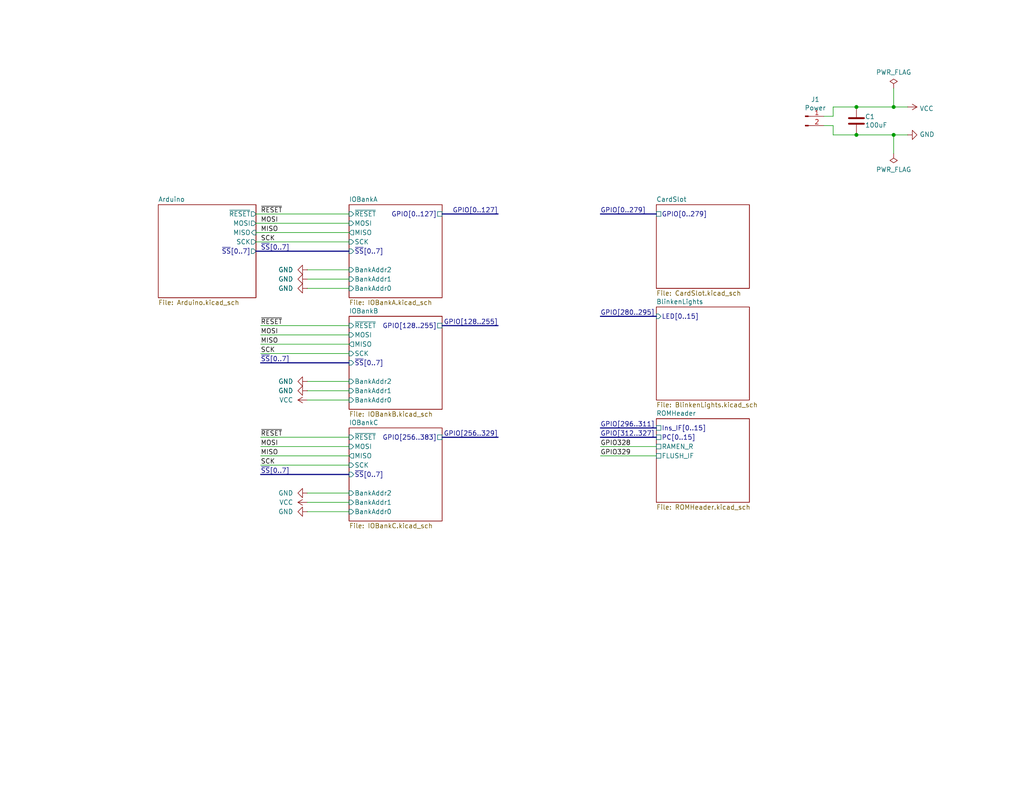
<source format=kicad_sch>
(kicad_sch (version 20250114) (generator "eeschema") (generator_version "9.0")
  (paper "USLetter")
  (title_block (title "Turtle16: Card Test Fixture") (date "2023-04-07") (rev "A") (comment 4 "Test fixture for Turtle16 modules on removable cards."))
  (lib_symbols
    (symbol "Connector:Conn_01x02_Pin" (pin_names (offset 1.016) (hide yes))
      (property "Reference" "J" (at 0 2.54 0))
      (property "Value" "Conn_01x02_Pin" (at 0 -5.08 0))
      (symbol "Conn_01x02_Pin_1_1"
        (rectangle (start 0.8636 0.127) (end 0 -0.127) (stroke (width 0.1524)) (fill (type outline)))
        (rectangle (start 0.8636 -2.413) (end 0 -2.667) (stroke (width 0.1524)) (fill (type outline)))
        (polyline (pts (xy 1.27 0) (xy 0.8636 0)) (stroke (width 0.1524)))
        (polyline (pts (xy 1.27 -2.54) (xy 0.8636 -2.54)) (stroke (width 0.1524)))
        (pin passive line (at 5.08 0 180) (length 3.81) (name "Pin_1") (number "1"))
        (pin passive line (at 5.08 -2.54 180) (length 3.81) (name "Pin_2") (number "2"))
      )
    )
    (symbol "Device:C" (pin_numbers (hide yes)) (pin_names (offset 0.254))
      (property "Reference" "C" (at 0.635 2.54 0))
      (property "Value" "C" (at 0.635 -2.54 0))
      (symbol "C_0_1"
        (polyline (pts (xy -2.032 0.762) (xy 2.032 0.762)) (stroke (width 0.508)))
        (polyline (pts (xy -2.032 -0.762) (xy 2.032 -0.762)) (stroke (width 0.508)))
      )
      (symbol "C_1_1"
        (pin passive line (at 0 3.81 270) (length 2.794) (name "~") (number "1"))
        (pin passive line (at 0 -3.81 90) (length 2.794) (name "~") (number "2"))
      )
    )
    (symbol "power:GND" (power) (pin_numbers (hide yes)) (pin_names (offset 0) (hide yes))
      (property "Value" "GND" (at 0 -3.81 0))
      (symbol "GND_0_1"
        (polyline (pts (xy 0 0) (xy 0 -1.27) (xy 1.27 -1.27) (xy 0 -2.54) (xy -1.27 -1.27) (xy 0 -1.27)))
      )
      (symbol "GND_1_1"
        (pin power_in line (at 0 0 270) (length 0) (name "~") (number "1"))
      )
    )
    (symbol "power:PWR_FLAG" (power) (pin_numbers (hide yes)) (pin_names (offset 0) (hide yes))
      (property "Value" "PWR_FLAG" (at 0 3.81 0))
      (symbol "PWR_FLAG_0_0"
        (pin power_out line (at 0 0 90) (length 0) (name "~") (number "1"))
      )
      (symbol "PWR_FLAG_0_1"
        (polyline (pts (xy 0 0) (xy 0 1.27) (xy -1.016 1.905) (xy 0 2.54) (xy 1.016 1.905) (xy 0 1.27)))
      )
    )
    (symbol "power:VCC" (power) (pin_numbers (hide yes)) (pin_names (offset 0) (hide yes))
      (property "Value" "VCC" (at 0 3.556 0))
      (symbol "VCC_0_1"
        (polyline (pts (xy -0.762 1.27) (xy 0 2.54)))
        (polyline (pts (xy 0 2.54) (xy 0.762 1.27)))
        (polyline (pts (xy 0 0) (xy 0 2.54)))
      )
      (symbol "VCC_1_1"
        (pin power_in line (at 0 0 90) (length 0) (name "~") (number "1"))
      )
    )
  )
  (junction (at 233.68 36.83))
  (junction (at 243.84 36.83))
  (junction (at 243.84 29.21))
  (junction (at 233.68 29.21))
  (bus (pts (xy 120.65 119.38) (xy 135.89 119.38)))
  (wire (pts (xy 83.82 106.68) (xy 95.25 106.68)))
  (wire (pts (xy 233.68 36.83) (xy 243.84 36.83)))
  (wire (pts (xy 71.12 91.44) (xy 95.25 91.44)))
  (wire (pts (xy 227.33 29.21) (xy 233.68 29.21)))
  (wire (pts (xy 71.12 124.46) (xy 95.25 124.46)))
  (wire (pts (xy 83.82 139.7) (xy 95.25 139.7)))
  (wire (pts (xy 83.82 78.74) (xy 95.25 78.74)))
  (bus (pts (xy 179.07 58.42) (xy 163.83 58.42)))
  (bus (pts (xy 120.65 88.9) (xy 135.89 88.9)))
  (bus (pts (xy 120.65 58.42) (xy 135.89 58.42)))
  (wire (pts (xy 247.65 29.21) (xy 243.84 29.21)))
  (wire (pts (xy 71.12 96.52) (xy 95.25 96.52)))
  (wire (pts (xy 69.85 58.42) (xy 95.25 58.42)))
  (bus (pts (xy 179.07 116.84) (xy 163.83 116.84)))
  (bus (pts (xy 179.07 86.36) (xy 163.83 86.36)))
  (wire (pts (xy 71.12 127) (xy 95.25 127)))
  (wire (pts (xy 163.83 121.92) (xy 179.07 121.92)))
  (wire (pts (xy 83.82 76.2) (xy 95.25 76.2)))
  (wire (pts (xy 243.84 24.13) (xy 243.84 29.21)))
  (wire (pts (xy 69.85 66.04) (xy 95.25 66.04)))
  (wire (pts (xy 69.85 63.5) (xy 95.25 63.5)))
  (wire (pts (xy 83.82 73.66) (xy 95.25 73.66)))
  (wire (pts (xy 83.82 109.22) (xy 95.25 109.22)))
  (wire (pts (xy 71.12 88.9) (xy 95.25 88.9)))
  (wire (pts (xy 227.33 36.83) (xy 233.68 36.83)))
  (wire (pts (xy 243.84 41.91) (xy 243.84 36.83)))
  (wire (pts (xy 227.33 34.29) (xy 227.33 36.83)))
  (wire (pts (xy 69.85 60.96) (xy 95.25 60.96)))
  (wire (pts (xy 83.82 104.14) (xy 95.25 104.14)))
  (bus (pts (xy 71.12 99.06) (xy 95.25 99.06)))
  (wire (pts (xy 71.12 121.92) (xy 95.25 121.92)))
  (wire (pts (xy 224.79 31.75) (xy 227.33 31.75)))
  (wire (pts (xy 224.79 34.29) (xy 227.33 34.29)))
  (wire (pts (xy 83.82 134.62) (xy 95.25 134.62)))
  (wire (pts (xy 71.12 93.98) (xy 95.25 93.98)))
  (bus (pts (xy 71.12 129.54) (xy 95.25 129.54)))
  (wire (pts (xy 243.84 36.83) (xy 247.65 36.83)))
  (wire (pts (xy 163.83 124.46) (xy 179.07 124.46)))
  (wire (pts (xy 83.82 137.16) (xy 95.25 137.16)))
  (wire (pts (xy 227.33 29.21) (xy 227.33 31.75)))
  (wire (pts (xy 233.68 29.21) (xy 243.84 29.21)))
  (wire (pts (xy 71.12 119.38) (xy 95.25 119.38)))
  (bus (pts (xy 69.85 68.58) (xy 95.25 68.58)))
  (bus (pts (xy 179.07 119.38) (xy 163.83 119.38)))
  (label "~{SS}[0..7]" (at 71.12 99.06 0))
  (label "~{SS}[0..7]" (at 71.12 68.58 0))
  (label "GPIO[312..327]" (at 163.83 119.38 0))
  (label "~{RESET}" (at 71.12 58.42 0))
  (label "~{RESET}" (at 71.12 88.9 0))
  (label "MISO" (at 71.12 93.98 0))
  (label "MOSI" (at 71.12 60.96 0))
  (label "~{SS}[0..7]" (at 71.12 129.54 0))
  (label "SCK" (at 71.12 66.04 0))
  (label "MISO" (at 71.12 63.5 0))
  (label "MOSI" (at 71.12 91.44 0))
  (label "MISO" (at 71.12 124.46 0))
  (label "GPIO328" (at 163.83 121.92 0))
  (label "GPIO[296..311]" (at 163.83 116.84 0))
  (label "GPIO[280..295]" (at 163.83 86.36 0))
  (label "GPIO329" (at 163.83 124.46 0))
  (label "GPIO[0..127]" (at 135.89 58.42 180))
  (label "SCK" (at 71.12 127 0))
  (label "GPIO[256..329]" (at 135.89 119.38 180))
  (label "SCK" (at 71.12 96.52 0))
  (label "MOSI" (at 71.12 121.92 0))
  (label "GPIO[0..279]" (at 163.83 58.42 0))
  (label "~{RESET}" (at 71.12 119.38 0))
  (label "GPIO[128..255]" (at 135.89 88.9 180))
  (symbol (lib_id "Connector:Conn_01x02_Pin") (at 219.71 31.75 0) (unit 1)
    (property "Reference" "J1" (at 222.4532 27.1526 0))
    (property "Value" "Power" (at 222.4532 29.464 0))
    (property "Footprint" "Turtle16:172448-0002" (effects (hide yes)))
    (property "Datasheet" "https://www.molex.com/content/dam/molex/molex-dot-com/products/automated/en-us/salesdrawingpdf/172/172448/1724480002_sd.pdf" (effects (hide yes)))
    (property "Manufacturer" "Molex" (effects (hide yes)))
    (property "Manufacturer#" "172448-0002" (effects (hide yes)))
    (property "Mouser#" "538-172448-0002" (effects (hide yes)))
    (property "Digikey#" "WM16206-ND" (effects (hide yes)))
  )
  (symbol (lib_id "power:GND") (at 83.82 134.62 270) (mirror x) (unit 1)
    (property "Reference" "#PWR09" (effects (hide yes)))
    (property "Value" "GND" (at 80.01 134.6201 90) (effects (justify right)))
    (property "Description" "Power symbol creates a global label with name \"GND\" , ground" (effects (hide yes)))
  )
  (symbol (lib_id "power:GND") (at 83.82 104.14 270) (mirror x) (unit 1)
    (property "Reference" "#PWR06" (effects (hide yes)))
    (property "Value" "GND" (at 80.01 104.1401 90) (effects (justify right)))
    (property "Description" "Power symbol creates a global label with name \"GND\" , ground" (effects (hide yes)))
  )
  (symbol (lib_id "power:GND") (at 83.82 139.7 270) (unit 1)
    (property "Reference" "#PWR011" (effects (hide yes)))
    (property "Value" "GND" (at 80.01 139.6999 90) (effects (justify right)))
    (property "Description" "Power symbol creates a global label with name \"GND\" , ground" (effects (hide yes)))
  )
  (symbol (lib_id "Device:C") (at 233.68 33.02 0) (unit 1)
    (property "Reference" "C1" (at 236.0168 31.8516 0) (effects (justify left)))
    (property "Value" "100uF" (at 236.0168 34.163 0) (effects (justify left)))
    (property "Footprint" "Capacitor_SMD:C_1206_3216Metric" (effects (hide yes)))
    (property "Datasheet" "https://www.yuden.co.jp/productdata/catalog/mlcc06_e.pdf" (effects (hide yes)))
    (property "Manufacturer" "Taiyo Yuden" (effects (hide yes)))
    (property "Manufacturer#" "AMK316ABJ107ML-T" (effects (hide yes)))
    (property "Mouser#" "963-AMK316ABJ107ML-T" (effects (hide yes)))
    (property "Digikey#" "587-AMK316ABJ107ML-TCT-ND" (effects (hide yes)))
  )
  (symbol (lib_id "power:GND") (at 83.82 106.68 270) (mirror x) (unit 1)
    (property "Reference" "#PWR07" (effects (hide yes)))
    (property "Value" "GND" (at 80.01 106.6801 90) (effects (justify right)))
    (property "Description" "Power symbol creates a global label with name \"GND\" , ground" (effects (hide yes)))
  )
  (symbol (lib_id "power:GND") (at 83.82 76.2 270) (mirror x) (unit 1)
    (property "Reference" "#PWR04" (effects (hide yes)))
    (property "Value" "GND" (at 80.01 76.2001 90) (effects (justify right)))
    (property "Description" "Power symbol creates a global label with name \"GND\" , ground" (effects (hide yes)))
  )
  (symbol (lib_id "power:PWR_FLAG") (at 243.84 24.13 0) (unit 1)
    (property "Reference" "#FLG01" (effects (hide yes)))
    (property "Value" "PWR_FLAG" (at 243.84 19.7358 0))
  )
  (symbol (lib_id "power:VCC") (at 247.65 29.21 270) (unit 1)
    (property "Reference" "#PWR01" (effects (hide yes)))
    (property "Value" "VCC" (at 250.9012 29.6418 90) (effects (justify left)))
    (property "Description" "Power symbol creates a global label with name \"VCC\"" (effects (hide yes)))
  )
  (symbol (lib_id "power:PWR_FLAG") (at 243.84 41.91 180) (unit 1)
    (property "Reference" "#FLG02" (effects (hide yes)))
    (property "Value" "PWR_FLAG" (at 243.84 46.3042 0))
  )
  (symbol (lib_id "power:VCC") (at 83.82 109.22 90) (unit 1)
    (property "Reference" "#PWR08" (effects (hide yes)))
    (property "Value" "VCC" (at 80.01 109.2199 90) (effects (justify left)))
    (property "Description" "Power symbol creates a global label with name \"VCC\"" (effects (hide yes)))
  )
  (symbol (lib_id "power:GND") (at 83.82 78.74 270) (mirror x) (unit 1)
    (property "Reference" "#PWR05" (effects (hide yes)))
    (property "Value" "GND" (at 80.01 78.7401 90) (effects (justify right)))
    (property "Description" "Power symbol creates a global label with name \"GND\" , ground" (effects (hide yes)))
  )
  (symbol (lib_id "power:VCC") (at 83.82 137.16 90) (mirror x) (unit 1)
    (property "Reference" "#PWR010" (effects (hide yes)))
    (property "Value" "VCC" (at 80.01 137.1601 90) (effects (justify left)))
    (property "Description" "Power symbol creates a global label with name \"VCC\"" (effects (hide yes)))
  )
  (symbol (lib_id "power:GND") (at 247.65 36.83 90) (unit 1)
    (property "Reference" "#PWR02" (effects (hide yes)))
    (property "Value" "GND" (at 250.9012 36.703 90) (effects (justify right)))
    (property "Description" "Power symbol creates a global label with name \"GND\" , ground" (effects (hide yes)))
  )
  (symbol (lib_id "power:GND") (at 83.82 73.66 270) (mirror x) (unit 1)
    (property "Reference" "#PWR03" (effects (hide yes)))
    (property "Value" "GND" (at 80.01 73.6601 90) (effects (justify right)))
    (property "Description" "Power symbol creates a global label with name \"GND\" , ground" (effects (hide yes)))
  )
  (sheet (at 179.07 114.3) (size 25.4 22.86) (stroke (width 0.1524))
    (property "Sheetname" "ROMHeader" (at 179.07 113.5884 0) (effects (justify left bottom)))
    (property "Sheetfile" "ROMHeader.kicad_sch" (at 179.07 137.7446 0) (effects (justify left top)))
    (pin "FLUSH_IF" passive (at 179.07 124.46 180))
    (pin "Ins_IF[0..15]" passive (at 179.07 116.84 180))
    (pin "PC[0..15]" passive (at 179.07 119.38 180))
    (pin "RAMEN_R" passive (at 179.07 121.92 180))
  )
  (sheet (at 95.25 116.84) (size 25.4 25.4) (stroke (width 0.1524))
    (property "Sheetname" "IOBankC" (at 95.25 116.1284 0) (effects (justify left bottom)))
    (property "Sheetfile" "IOBankC.kicad_sch" (at 95.25 142.8246 0) (effects (justify left top)))
    (pin "MISO" output (at 95.25 124.46 180))
    (pin "MOSI" input (at 95.25 121.92 180))
    (pin "SCK" input (at 95.25 127 180))
    (pin "~{RESET}" input (at 95.25 119.38 180))
    (pin "~{SS}[0..7]" input (at 95.25 129.54 180))
    (pin "BankAddr0" input (at 95.25 139.7 180))
    (pin "BankAddr1" input (at 95.25 137.16 180))
    (pin "BankAddr2" input (at 95.25 134.62 180))
    (pin "GPIO[256..383]" passive (at 120.65 119.38 0))
  )
  (sheet (at 179.07 55.88) (size 25.4 22.86) (stroke (width 0.1524))
    (property "Sheetname" "CardSlot" (at 179.07 55.1684 0) (effects (justify left bottom)))
    (property "Sheetfile" "CardSlot.kicad_sch" (at 179.07 79.3246 0) (effects (justify left top)))
    (pin "GPIO[0..279]" passive (at 179.07 58.42 180))
  )
  (sheet (at 95.25 86.36) (size 25.4 25.4) (stroke (width 0.1524))
    (property "Sheetname" "IOBankB" (at 95.25 85.6484 0) (effects (justify left bottom)))
    (property "Sheetfile" "IOBankB.kicad_sch" (at 95.25 112.3446 0) (effects (justify left top)))
    (pin "MISO" output (at 95.25 93.98 180))
    (pin "MOSI" input (at 95.25 91.44 180))
    (pin "SCK" input (at 95.25 96.52 180))
    (pin "~{RESET}" input (at 95.25 88.9 180))
    (pin "~{SS}[0..7]" input (at 95.25 99.06 180))
    (pin "BankAddr0" input (at 95.25 109.22 180))
    (pin "BankAddr1" input (at 95.25 106.68 180))
    (pin "BankAddr2" input (at 95.25 104.14 180))
    (pin "GPIO[128..255]" passive (at 120.65 88.9 0))
  )
  (sheet (at 179.07 83.82) (size 25.4 25.4) (stroke (width 0.1524))
    (property "Sheetname" "BlinkenLights" (at 179.07 83.1084 0) (effects (justify left bottom)))
    (property "Sheetfile" "BlinkenLights.kicad_sch" (at 179.07 109.8046 0) (effects (justify left top)))
    (pin "LED[0..15]" input (at 179.07 86.36 180))
  )
  (sheet (at 95.25 55.88) (size 25.4 25.4) (stroke (width 0.1524))
    (property "Sheetname" "IOBankA" (at 95.25 55.1684 0) (effects (justify left bottom)))
    (property "Sheetfile" "IOBankA.kicad_sch" (at 95.25 81.8646 0) (effects (justify left top)))
    (pin "MISO" output (at 95.25 63.5 180))
    (pin "MOSI" input (at 95.25 60.96 180))
    (pin "SCK" input (at 95.25 66.04 180))
    (pin "~{RESET}" input (at 95.25 58.42 180))
    (pin "~{SS}[0..7]" input (at 95.25 68.58 180))
    (pin "BankAddr0" input (at 95.25 78.74 180))
    (pin "BankAddr1" input (at 95.25 76.2 180))
    (pin "BankAddr2" input (at 95.25 73.66 180))
    (pin "GPIO[0..127]" passive (at 120.65 58.42 0))
  )
  (sheet (at 43.18 55.88) (size 26.67 25.4) (stroke (width 0.1524))
    (property "Sheetname" "Arduino" (at 43.18 55.1684 0) (effects (justify left bottom)))
    (property "Sheetfile" "Arduino.kicad_sch" (at 43.18 81.8646 0) (effects (justify left top)))
    (pin "MISO" input (at 69.85 63.5 0))
    (pin "MOSI" output (at 69.85 60.96 0))
    (pin "SCK" output (at 69.85 66.04 0))
    (pin "~{SS}[0..7]" output (at 69.85 68.58 0))
    (pin "~{RESET}" output (at 69.85 58.42 0))
  )
)
</source>
